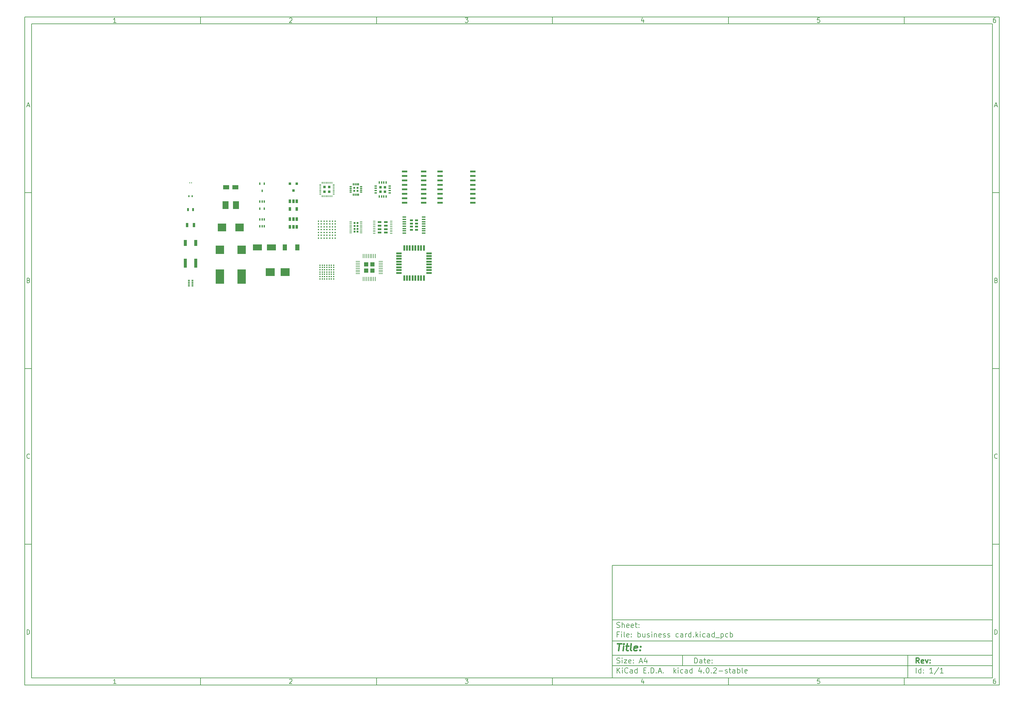
<source format=gbr>
G04 #@! TF.FileFunction,Paste,Bot*
%FSLAX46Y46*%
G04 Gerber Fmt 4.6, Leading zero omitted, Abs format (unit mm)*
G04 Created by KiCad (PCBNEW 4.0.2-stable) date Sunday, October 30, 2016 'PMt' 03:56:09 PM*
%MOMM*%
G01*
G04 APERTURE LIST*
%ADD10C,0.100000*%
%ADD11C,0.150000*%
%ADD12C,0.300000*%
%ADD13C,0.400000*%
%ADD14R,1.200000X0.280000*%
%ADD15R,0.280000X1.200000*%
%ADD16R,1.173000X1.173000*%
%ADD17R,1.500000X0.600000*%
%ADD18R,0.800000X0.350000*%
%ADD19R,0.350000X0.800000*%
%ADD20R,0.750000X0.750000*%
%ADD21O,0.750000X0.300000*%
%ADD22O,0.300000X0.750000*%
%ADD23R,0.540000X0.540000*%
%ADD24R,0.400000X0.600000*%
%ADD25R,0.500000X0.900000*%
%ADD26R,0.280000X0.430000*%
%ADD27R,0.700000X1.300000*%
%ADD28R,0.900000X1.700000*%
%ADD29R,0.900000X2.500000*%
%ADD30R,1.800000X1.230000*%
%ADD31R,1.800000X2.230000*%
%ADD32R,2.370000X2.230000*%
%ADD33R,0.800100X0.800100*%
%ADD34R,0.650000X1.060000*%
%ADD35R,2.370000X2.430000*%
%ADD36R,2.370000X4.130000*%
%ADD37R,0.500000X0.400000*%
%ADD38R,0.500000X0.300000*%
%ADD39R,0.457200X0.711200*%
%ADD40R,0.406400X0.660400*%
%ADD41R,0.398780X0.749300*%
%ADD42R,2.499360X1.800860*%
%ADD43R,2.499360X2.301240*%
%ADD44R,1.600000X0.550000*%
%ADD45R,0.550000X1.600000*%
%ADD46R,1.050000X0.450000*%
%ADD47R,0.882000X0.537000*%
%ADD48R,1.300480X1.699260*%
%ADD49R,0.700000X0.250000*%
%ADD50R,1.038000X0.600000*%
%ADD51R,0.510000X0.495000*%
%ADD52C,0.370000*%
%ADD53R,0.600000X0.200000*%
%ADD54R,0.200000X0.600000*%
%ADD55R,0.795000X0.795000*%
%ADD56C,0.450000*%
G04 APERTURE END LIST*
D10*
D11*
X177002200Y-166007200D02*
X177002200Y-198007200D01*
X285002200Y-198007200D01*
X285002200Y-166007200D01*
X177002200Y-166007200D01*
D10*
D11*
X10000000Y-10000000D02*
X10000000Y-200007200D01*
X287002200Y-200007200D01*
X287002200Y-10000000D01*
X10000000Y-10000000D01*
D10*
D11*
X12000000Y-12000000D02*
X12000000Y-198007200D01*
X285002200Y-198007200D01*
X285002200Y-12000000D01*
X12000000Y-12000000D01*
D10*
D11*
X60000000Y-12000000D02*
X60000000Y-10000000D01*
D10*
D11*
X110000000Y-12000000D02*
X110000000Y-10000000D01*
D10*
D11*
X160000000Y-12000000D02*
X160000000Y-10000000D01*
D10*
D11*
X210000000Y-12000000D02*
X210000000Y-10000000D01*
D10*
D11*
X260000000Y-12000000D02*
X260000000Y-10000000D01*
D10*
D11*
X35990476Y-11588095D02*
X35247619Y-11588095D01*
X35619048Y-11588095D02*
X35619048Y-10288095D01*
X35495238Y-10473810D01*
X35371429Y-10597619D01*
X35247619Y-10659524D01*
D10*
D11*
X85247619Y-10411905D02*
X85309524Y-10350000D01*
X85433333Y-10288095D01*
X85742857Y-10288095D01*
X85866667Y-10350000D01*
X85928571Y-10411905D01*
X85990476Y-10535714D01*
X85990476Y-10659524D01*
X85928571Y-10845238D01*
X85185714Y-11588095D01*
X85990476Y-11588095D01*
D10*
D11*
X135185714Y-10288095D02*
X135990476Y-10288095D01*
X135557143Y-10783333D01*
X135742857Y-10783333D01*
X135866667Y-10845238D01*
X135928571Y-10907143D01*
X135990476Y-11030952D01*
X135990476Y-11340476D01*
X135928571Y-11464286D01*
X135866667Y-11526190D01*
X135742857Y-11588095D01*
X135371429Y-11588095D01*
X135247619Y-11526190D01*
X135185714Y-11464286D01*
D10*
D11*
X185866667Y-10721429D02*
X185866667Y-11588095D01*
X185557143Y-10226190D02*
X185247619Y-11154762D01*
X186052381Y-11154762D01*
D10*
D11*
X235928571Y-10288095D02*
X235309524Y-10288095D01*
X235247619Y-10907143D01*
X235309524Y-10845238D01*
X235433333Y-10783333D01*
X235742857Y-10783333D01*
X235866667Y-10845238D01*
X235928571Y-10907143D01*
X235990476Y-11030952D01*
X235990476Y-11340476D01*
X235928571Y-11464286D01*
X235866667Y-11526190D01*
X235742857Y-11588095D01*
X235433333Y-11588095D01*
X235309524Y-11526190D01*
X235247619Y-11464286D01*
D10*
D11*
X285866667Y-10288095D02*
X285619048Y-10288095D01*
X285495238Y-10350000D01*
X285433333Y-10411905D01*
X285309524Y-10597619D01*
X285247619Y-10845238D01*
X285247619Y-11340476D01*
X285309524Y-11464286D01*
X285371429Y-11526190D01*
X285495238Y-11588095D01*
X285742857Y-11588095D01*
X285866667Y-11526190D01*
X285928571Y-11464286D01*
X285990476Y-11340476D01*
X285990476Y-11030952D01*
X285928571Y-10907143D01*
X285866667Y-10845238D01*
X285742857Y-10783333D01*
X285495238Y-10783333D01*
X285371429Y-10845238D01*
X285309524Y-10907143D01*
X285247619Y-11030952D01*
D10*
D11*
X60000000Y-198007200D02*
X60000000Y-200007200D01*
D10*
D11*
X110000000Y-198007200D02*
X110000000Y-200007200D01*
D10*
D11*
X160000000Y-198007200D02*
X160000000Y-200007200D01*
D10*
D11*
X210000000Y-198007200D02*
X210000000Y-200007200D01*
D10*
D11*
X260000000Y-198007200D02*
X260000000Y-200007200D01*
D10*
D11*
X35990476Y-199595295D02*
X35247619Y-199595295D01*
X35619048Y-199595295D02*
X35619048Y-198295295D01*
X35495238Y-198481010D01*
X35371429Y-198604819D01*
X35247619Y-198666724D01*
D10*
D11*
X85247619Y-198419105D02*
X85309524Y-198357200D01*
X85433333Y-198295295D01*
X85742857Y-198295295D01*
X85866667Y-198357200D01*
X85928571Y-198419105D01*
X85990476Y-198542914D01*
X85990476Y-198666724D01*
X85928571Y-198852438D01*
X85185714Y-199595295D01*
X85990476Y-199595295D01*
D10*
D11*
X135185714Y-198295295D02*
X135990476Y-198295295D01*
X135557143Y-198790533D01*
X135742857Y-198790533D01*
X135866667Y-198852438D01*
X135928571Y-198914343D01*
X135990476Y-199038152D01*
X135990476Y-199347676D01*
X135928571Y-199471486D01*
X135866667Y-199533390D01*
X135742857Y-199595295D01*
X135371429Y-199595295D01*
X135247619Y-199533390D01*
X135185714Y-199471486D01*
D10*
D11*
X185866667Y-198728629D02*
X185866667Y-199595295D01*
X185557143Y-198233390D02*
X185247619Y-199161962D01*
X186052381Y-199161962D01*
D10*
D11*
X235928571Y-198295295D02*
X235309524Y-198295295D01*
X235247619Y-198914343D01*
X235309524Y-198852438D01*
X235433333Y-198790533D01*
X235742857Y-198790533D01*
X235866667Y-198852438D01*
X235928571Y-198914343D01*
X235990476Y-199038152D01*
X235990476Y-199347676D01*
X235928571Y-199471486D01*
X235866667Y-199533390D01*
X235742857Y-199595295D01*
X235433333Y-199595295D01*
X235309524Y-199533390D01*
X235247619Y-199471486D01*
D10*
D11*
X285866667Y-198295295D02*
X285619048Y-198295295D01*
X285495238Y-198357200D01*
X285433333Y-198419105D01*
X285309524Y-198604819D01*
X285247619Y-198852438D01*
X285247619Y-199347676D01*
X285309524Y-199471486D01*
X285371429Y-199533390D01*
X285495238Y-199595295D01*
X285742857Y-199595295D01*
X285866667Y-199533390D01*
X285928571Y-199471486D01*
X285990476Y-199347676D01*
X285990476Y-199038152D01*
X285928571Y-198914343D01*
X285866667Y-198852438D01*
X285742857Y-198790533D01*
X285495238Y-198790533D01*
X285371429Y-198852438D01*
X285309524Y-198914343D01*
X285247619Y-199038152D01*
D10*
D11*
X10000000Y-60000000D02*
X12000000Y-60000000D01*
D10*
D11*
X10000000Y-110000000D02*
X12000000Y-110000000D01*
D10*
D11*
X10000000Y-160000000D02*
X12000000Y-160000000D01*
D10*
D11*
X10690476Y-35216667D02*
X11309524Y-35216667D01*
X10566667Y-35588095D02*
X11000000Y-34288095D01*
X11433333Y-35588095D01*
D10*
D11*
X11092857Y-84907143D02*
X11278571Y-84969048D01*
X11340476Y-85030952D01*
X11402381Y-85154762D01*
X11402381Y-85340476D01*
X11340476Y-85464286D01*
X11278571Y-85526190D01*
X11154762Y-85588095D01*
X10659524Y-85588095D01*
X10659524Y-84288095D01*
X11092857Y-84288095D01*
X11216667Y-84350000D01*
X11278571Y-84411905D01*
X11340476Y-84535714D01*
X11340476Y-84659524D01*
X11278571Y-84783333D01*
X11216667Y-84845238D01*
X11092857Y-84907143D01*
X10659524Y-84907143D01*
D10*
D11*
X11402381Y-135464286D02*
X11340476Y-135526190D01*
X11154762Y-135588095D01*
X11030952Y-135588095D01*
X10845238Y-135526190D01*
X10721429Y-135402381D01*
X10659524Y-135278571D01*
X10597619Y-135030952D01*
X10597619Y-134845238D01*
X10659524Y-134597619D01*
X10721429Y-134473810D01*
X10845238Y-134350000D01*
X11030952Y-134288095D01*
X11154762Y-134288095D01*
X11340476Y-134350000D01*
X11402381Y-134411905D01*
D10*
D11*
X10659524Y-185588095D02*
X10659524Y-184288095D01*
X10969048Y-184288095D01*
X11154762Y-184350000D01*
X11278571Y-184473810D01*
X11340476Y-184597619D01*
X11402381Y-184845238D01*
X11402381Y-185030952D01*
X11340476Y-185278571D01*
X11278571Y-185402381D01*
X11154762Y-185526190D01*
X10969048Y-185588095D01*
X10659524Y-185588095D01*
D10*
D11*
X287002200Y-60000000D02*
X285002200Y-60000000D01*
D10*
D11*
X287002200Y-110000000D02*
X285002200Y-110000000D01*
D10*
D11*
X287002200Y-160000000D02*
X285002200Y-160000000D01*
D10*
D11*
X285692676Y-35216667D02*
X286311724Y-35216667D01*
X285568867Y-35588095D02*
X286002200Y-34288095D01*
X286435533Y-35588095D01*
D10*
D11*
X286095057Y-84907143D02*
X286280771Y-84969048D01*
X286342676Y-85030952D01*
X286404581Y-85154762D01*
X286404581Y-85340476D01*
X286342676Y-85464286D01*
X286280771Y-85526190D01*
X286156962Y-85588095D01*
X285661724Y-85588095D01*
X285661724Y-84288095D01*
X286095057Y-84288095D01*
X286218867Y-84350000D01*
X286280771Y-84411905D01*
X286342676Y-84535714D01*
X286342676Y-84659524D01*
X286280771Y-84783333D01*
X286218867Y-84845238D01*
X286095057Y-84907143D01*
X285661724Y-84907143D01*
D10*
D11*
X286404581Y-135464286D02*
X286342676Y-135526190D01*
X286156962Y-135588095D01*
X286033152Y-135588095D01*
X285847438Y-135526190D01*
X285723629Y-135402381D01*
X285661724Y-135278571D01*
X285599819Y-135030952D01*
X285599819Y-134845238D01*
X285661724Y-134597619D01*
X285723629Y-134473810D01*
X285847438Y-134350000D01*
X286033152Y-134288095D01*
X286156962Y-134288095D01*
X286342676Y-134350000D01*
X286404581Y-134411905D01*
D10*
D11*
X285661724Y-185588095D02*
X285661724Y-184288095D01*
X285971248Y-184288095D01*
X286156962Y-184350000D01*
X286280771Y-184473810D01*
X286342676Y-184597619D01*
X286404581Y-184845238D01*
X286404581Y-185030952D01*
X286342676Y-185278571D01*
X286280771Y-185402381D01*
X286156962Y-185526190D01*
X285971248Y-185588095D01*
X285661724Y-185588095D01*
D10*
D11*
X200359343Y-193785771D02*
X200359343Y-192285771D01*
X200716486Y-192285771D01*
X200930771Y-192357200D01*
X201073629Y-192500057D01*
X201145057Y-192642914D01*
X201216486Y-192928629D01*
X201216486Y-193142914D01*
X201145057Y-193428629D01*
X201073629Y-193571486D01*
X200930771Y-193714343D01*
X200716486Y-193785771D01*
X200359343Y-193785771D01*
X202502200Y-193785771D02*
X202502200Y-193000057D01*
X202430771Y-192857200D01*
X202287914Y-192785771D01*
X202002200Y-192785771D01*
X201859343Y-192857200D01*
X202502200Y-193714343D02*
X202359343Y-193785771D01*
X202002200Y-193785771D01*
X201859343Y-193714343D01*
X201787914Y-193571486D01*
X201787914Y-193428629D01*
X201859343Y-193285771D01*
X202002200Y-193214343D01*
X202359343Y-193214343D01*
X202502200Y-193142914D01*
X203002200Y-192785771D02*
X203573629Y-192785771D01*
X203216486Y-192285771D02*
X203216486Y-193571486D01*
X203287914Y-193714343D01*
X203430772Y-193785771D01*
X203573629Y-193785771D01*
X204645057Y-193714343D02*
X204502200Y-193785771D01*
X204216486Y-193785771D01*
X204073629Y-193714343D01*
X204002200Y-193571486D01*
X204002200Y-193000057D01*
X204073629Y-192857200D01*
X204216486Y-192785771D01*
X204502200Y-192785771D01*
X204645057Y-192857200D01*
X204716486Y-193000057D01*
X204716486Y-193142914D01*
X204002200Y-193285771D01*
X205359343Y-193642914D02*
X205430771Y-193714343D01*
X205359343Y-193785771D01*
X205287914Y-193714343D01*
X205359343Y-193642914D01*
X205359343Y-193785771D01*
X205359343Y-192857200D02*
X205430771Y-192928629D01*
X205359343Y-193000057D01*
X205287914Y-192928629D01*
X205359343Y-192857200D01*
X205359343Y-193000057D01*
D10*
D11*
X177002200Y-194507200D02*
X285002200Y-194507200D01*
D10*
D11*
X178359343Y-196585771D02*
X178359343Y-195085771D01*
X179216486Y-196585771D02*
X178573629Y-195728629D01*
X179216486Y-195085771D02*
X178359343Y-195942914D01*
X179859343Y-196585771D02*
X179859343Y-195585771D01*
X179859343Y-195085771D02*
X179787914Y-195157200D01*
X179859343Y-195228629D01*
X179930771Y-195157200D01*
X179859343Y-195085771D01*
X179859343Y-195228629D01*
X181430772Y-196442914D02*
X181359343Y-196514343D01*
X181145057Y-196585771D01*
X181002200Y-196585771D01*
X180787915Y-196514343D01*
X180645057Y-196371486D01*
X180573629Y-196228629D01*
X180502200Y-195942914D01*
X180502200Y-195728629D01*
X180573629Y-195442914D01*
X180645057Y-195300057D01*
X180787915Y-195157200D01*
X181002200Y-195085771D01*
X181145057Y-195085771D01*
X181359343Y-195157200D01*
X181430772Y-195228629D01*
X182716486Y-196585771D02*
X182716486Y-195800057D01*
X182645057Y-195657200D01*
X182502200Y-195585771D01*
X182216486Y-195585771D01*
X182073629Y-195657200D01*
X182716486Y-196514343D02*
X182573629Y-196585771D01*
X182216486Y-196585771D01*
X182073629Y-196514343D01*
X182002200Y-196371486D01*
X182002200Y-196228629D01*
X182073629Y-196085771D01*
X182216486Y-196014343D01*
X182573629Y-196014343D01*
X182716486Y-195942914D01*
X184073629Y-196585771D02*
X184073629Y-195085771D01*
X184073629Y-196514343D02*
X183930772Y-196585771D01*
X183645058Y-196585771D01*
X183502200Y-196514343D01*
X183430772Y-196442914D01*
X183359343Y-196300057D01*
X183359343Y-195871486D01*
X183430772Y-195728629D01*
X183502200Y-195657200D01*
X183645058Y-195585771D01*
X183930772Y-195585771D01*
X184073629Y-195657200D01*
X185930772Y-195800057D02*
X186430772Y-195800057D01*
X186645058Y-196585771D02*
X185930772Y-196585771D01*
X185930772Y-195085771D01*
X186645058Y-195085771D01*
X187287915Y-196442914D02*
X187359343Y-196514343D01*
X187287915Y-196585771D01*
X187216486Y-196514343D01*
X187287915Y-196442914D01*
X187287915Y-196585771D01*
X188002201Y-196585771D02*
X188002201Y-195085771D01*
X188359344Y-195085771D01*
X188573629Y-195157200D01*
X188716487Y-195300057D01*
X188787915Y-195442914D01*
X188859344Y-195728629D01*
X188859344Y-195942914D01*
X188787915Y-196228629D01*
X188716487Y-196371486D01*
X188573629Y-196514343D01*
X188359344Y-196585771D01*
X188002201Y-196585771D01*
X189502201Y-196442914D02*
X189573629Y-196514343D01*
X189502201Y-196585771D01*
X189430772Y-196514343D01*
X189502201Y-196442914D01*
X189502201Y-196585771D01*
X190145058Y-196157200D02*
X190859344Y-196157200D01*
X190002201Y-196585771D02*
X190502201Y-195085771D01*
X191002201Y-196585771D01*
X191502201Y-196442914D02*
X191573629Y-196514343D01*
X191502201Y-196585771D01*
X191430772Y-196514343D01*
X191502201Y-196442914D01*
X191502201Y-196585771D01*
X194502201Y-196585771D02*
X194502201Y-195085771D01*
X194645058Y-196014343D02*
X195073629Y-196585771D01*
X195073629Y-195585771D02*
X194502201Y-196157200D01*
X195716487Y-196585771D02*
X195716487Y-195585771D01*
X195716487Y-195085771D02*
X195645058Y-195157200D01*
X195716487Y-195228629D01*
X195787915Y-195157200D01*
X195716487Y-195085771D01*
X195716487Y-195228629D01*
X197073630Y-196514343D02*
X196930773Y-196585771D01*
X196645059Y-196585771D01*
X196502201Y-196514343D01*
X196430773Y-196442914D01*
X196359344Y-196300057D01*
X196359344Y-195871486D01*
X196430773Y-195728629D01*
X196502201Y-195657200D01*
X196645059Y-195585771D01*
X196930773Y-195585771D01*
X197073630Y-195657200D01*
X198359344Y-196585771D02*
X198359344Y-195800057D01*
X198287915Y-195657200D01*
X198145058Y-195585771D01*
X197859344Y-195585771D01*
X197716487Y-195657200D01*
X198359344Y-196514343D02*
X198216487Y-196585771D01*
X197859344Y-196585771D01*
X197716487Y-196514343D01*
X197645058Y-196371486D01*
X197645058Y-196228629D01*
X197716487Y-196085771D01*
X197859344Y-196014343D01*
X198216487Y-196014343D01*
X198359344Y-195942914D01*
X199716487Y-196585771D02*
X199716487Y-195085771D01*
X199716487Y-196514343D02*
X199573630Y-196585771D01*
X199287916Y-196585771D01*
X199145058Y-196514343D01*
X199073630Y-196442914D01*
X199002201Y-196300057D01*
X199002201Y-195871486D01*
X199073630Y-195728629D01*
X199145058Y-195657200D01*
X199287916Y-195585771D01*
X199573630Y-195585771D01*
X199716487Y-195657200D01*
X202216487Y-195585771D02*
X202216487Y-196585771D01*
X201859344Y-195014343D02*
X201502201Y-196085771D01*
X202430773Y-196085771D01*
X203002201Y-196442914D02*
X203073629Y-196514343D01*
X203002201Y-196585771D01*
X202930772Y-196514343D01*
X203002201Y-196442914D01*
X203002201Y-196585771D01*
X204002201Y-195085771D02*
X204145058Y-195085771D01*
X204287915Y-195157200D01*
X204359344Y-195228629D01*
X204430773Y-195371486D01*
X204502201Y-195657200D01*
X204502201Y-196014343D01*
X204430773Y-196300057D01*
X204359344Y-196442914D01*
X204287915Y-196514343D01*
X204145058Y-196585771D01*
X204002201Y-196585771D01*
X203859344Y-196514343D01*
X203787915Y-196442914D01*
X203716487Y-196300057D01*
X203645058Y-196014343D01*
X203645058Y-195657200D01*
X203716487Y-195371486D01*
X203787915Y-195228629D01*
X203859344Y-195157200D01*
X204002201Y-195085771D01*
X205145058Y-196442914D02*
X205216486Y-196514343D01*
X205145058Y-196585771D01*
X205073629Y-196514343D01*
X205145058Y-196442914D01*
X205145058Y-196585771D01*
X205787915Y-195228629D02*
X205859344Y-195157200D01*
X206002201Y-195085771D01*
X206359344Y-195085771D01*
X206502201Y-195157200D01*
X206573630Y-195228629D01*
X206645058Y-195371486D01*
X206645058Y-195514343D01*
X206573630Y-195728629D01*
X205716487Y-196585771D01*
X206645058Y-196585771D01*
X207287915Y-196014343D02*
X208430772Y-196014343D01*
X209073629Y-196514343D02*
X209216486Y-196585771D01*
X209502201Y-196585771D01*
X209645058Y-196514343D01*
X209716486Y-196371486D01*
X209716486Y-196300057D01*
X209645058Y-196157200D01*
X209502201Y-196085771D01*
X209287915Y-196085771D01*
X209145058Y-196014343D01*
X209073629Y-195871486D01*
X209073629Y-195800057D01*
X209145058Y-195657200D01*
X209287915Y-195585771D01*
X209502201Y-195585771D01*
X209645058Y-195657200D01*
X210145058Y-195585771D02*
X210716487Y-195585771D01*
X210359344Y-195085771D02*
X210359344Y-196371486D01*
X210430772Y-196514343D01*
X210573630Y-196585771D01*
X210716487Y-196585771D01*
X211859344Y-196585771D02*
X211859344Y-195800057D01*
X211787915Y-195657200D01*
X211645058Y-195585771D01*
X211359344Y-195585771D01*
X211216487Y-195657200D01*
X211859344Y-196514343D02*
X211716487Y-196585771D01*
X211359344Y-196585771D01*
X211216487Y-196514343D01*
X211145058Y-196371486D01*
X211145058Y-196228629D01*
X211216487Y-196085771D01*
X211359344Y-196014343D01*
X211716487Y-196014343D01*
X211859344Y-195942914D01*
X212573630Y-196585771D02*
X212573630Y-195085771D01*
X212573630Y-195657200D02*
X212716487Y-195585771D01*
X213002201Y-195585771D01*
X213145058Y-195657200D01*
X213216487Y-195728629D01*
X213287916Y-195871486D01*
X213287916Y-196300057D01*
X213216487Y-196442914D01*
X213145058Y-196514343D01*
X213002201Y-196585771D01*
X212716487Y-196585771D01*
X212573630Y-196514343D01*
X214145059Y-196585771D02*
X214002201Y-196514343D01*
X213930773Y-196371486D01*
X213930773Y-195085771D01*
X215287915Y-196514343D02*
X215145058Y-196585771D01*
X214859344Y-196585771D01*
X214716487Y-196514343D01*
X214645058Y-196371486D01*
X214645058Y-195800057D01*
X214716487Y-195657200D01*
X214859344Y-195585771D01*
X215145058Y-195585771D01*
X215287915Y-195657200D01*
X215359344Y-195800057D01*
X215359344Y-195942914D01*
X214645058Y-196085771D01*
D10*
D11*
X177002200Y-191507200D02*
X285002200Y-191507200D01*
D10*
D12*
X264216486Y-193785771D02*
X263716486Y-193071486D01*
X263359343Y-193785771D02*
X263359343Y-192285771D01*
X263930771Y-192285771D01*
X264073629Y-192357200D01*
X264145057Y-192428629D01*
X264216486Y-192571486D01*
X264216486Y-192785771D01*
X264145057Y-192928629D01*
X264073629Y-193000057D01*
X263930771Y-193071486D01*
X263359343Y-193071486D01*
X265430771Y-193714343D02*
X265287914Y-193785771D01*
X265002200Y-193785771D01*
X264859343Y-193714343D01*
X264787914Y-193571486D01*
X264787914Y-193000057D01*
X264859343Y-192857200D01*
X265002200Y-192785771D01*
X265287914Y-192785771D01*
X265430771Y-192857200D01*
X265502200Y-193000057D01*
X265502200Y-193142914D01*
X264787914Y-193285771D01*
X266002200Y-192785771D02*
X266359343Y-193785771D01*
X266716485Y-192785771D01*
X267287914Y-193642914D02*
X267359342Y-193714343D01*
X267287914Y-193785771D01*
X267216485Y-193714343D01*
X267287914Y-193642914D01*
X267287914Y-193785771D01*
X267287914Y-192857200D02*
X267359342Y-192928629D01*
X267287914Y-193000057D01*
X267216485Y-192928629D01*
X267287914Y-192857200D01*
X267287914Y-193000057D01*
D10*
D11*
X178287914Y-193714343D02*
X178502200Y-193785771D01*
X178859343Y-193785771D01*
X179002200Y-193714343D01*
X179073629Y-193642914D01*
X179145057Y-193500057D01*
X179145057Y-193357200D01*
X179073629Y-193214343D01*
X179002200Y-193142914D01*
X178859343Y-193071486D01*
X178573629Y-193000057D01*
X178430771Y-192928629D01*
X178359343Y-192857200D01*
X178287914Y-192714343D01*
X178287914Y-192571486D01*
X178359343Y-192428629D01*
X178430771Y-192357200D01*
X178573629Y-192285771D01*
X178930771Y-192285771D01*
X179145057Y-192357200D01*
X179787914Y-193785771D02*
X179787914Y-192785771D01*
X179787914Y-192285771D02*
X179716485Y-192357200D01*
X179787914Y-192428629D01*
X179859342Y-192357200D01*
X179787914Y-192285771D01*
X179787914Y-192428629D01*
X180359343Y-192785771D02*
X181145057Y-192785771D01*
X180359343Y-193785771D01*
X181145057Y-193785771D01*
X182287914Y-193714343D02*
X182145057Y-193785771D01*
X181859343Y-193785771D01*
X181716486Y-193714343D01*
X181645057Y-193571486D01*
X181645057Y-193000057D01*
X181716486Y-192857200D01*
X181859343Y-192785771D01*
X182145057Y-192785771D01*
X182287914Y-192857200D01*
X182359343Y-193000057D01*
X182359343Y-193142914D01*
X181645057Y-193285771D01*
X183002200Y-193642914D02*
X183073628Y-193714343D01*
X183002200Y-193785771D01*
X182930771Y-193714343D01*
X183002200Y-193642914D01*
X183002200Y-193785771D01*
X183002200Y-192857200D02*
X183073628Y-192928629D01*
X183002200Y-193000057D01*
X182930771Y-192928629D01*
X183002200Y-192857200D01*
X183002200Y-193000057D01*
X184787914Y-193357200D02*
X185502200Y-193357200D01*
X184645057Y-193785771D02*
X185145057Y-192285771D01*
X185645057Y-193785771D01*
X186787914Y-192785771D02*
X186787914Y-193785771D01*
X186430771Y-192214343D02*
X186073628Y-193285771D01*
X187002200Y-193285771D01*
D10*
D11*
X263359343Y-196585771D02*
X263359343Y-195085771D01*
X264716486Y-196585771D02*
X264716486Y-195085771D01*
X264716486Y-196514343D02*
X264573629Y-196585771D01*
X264287915Y-196585771D01*
X264145057Y-196514343D01*
X264073629Y-196442914D01*
X264002200Y-196300057D01*
X264002200Y-195871486D01*
X264073629Y-195728629D01*
X264145057Y-195657200D01*
X264287915Y-195585771D01*
X264573629Y-195585771D01*
X264716486Y-195657200D01*
X265430772Y-196442914D02*
X265502200Y-196514343D01*
X265430772Y-196585771D01*
X265359343Y-196514343D01*
X265430772Y-196442914D01*
X265430772Y-196585771D01*
X265430772Y-195657200D02*
X265502200Y-195728629D01*
X265430772Y-195800057D01*
X265359343Y-195728629D01*
X265430772Y-195657200D01*
X265430772Y-195800057D01*
X268073629Y-196585771D02*
X267216486Y-196585771D01*
X267645058Y-196585771D02*
X267645058Y-195085771D01*
X267502201Y-195300057D01*
X267359343Y-195442914D01*
X267216486Y-195514343D01*
X269787914Y-195014343D02*
X268502200Y-196942914D01*
X271073629Y-196585771D02*
X270216486Y-196585771D01*
X270645058Y-196585771D02*
X270645058Y-195085771D01*
X270502201Y-195300057D01*
X270359343Y-195442914D01*
X270216486Y-195514343D01*
D10*
D11*
X177002200Y-187507200D02*
X285002200Y-187507200D01*
D10*
D13*
X178454581Y-188211962D02*
X179597438Y-188211962D01*
X178776010Y-190211962D02*
X179026010Y-188211962D01*
X180014105Y-190211962D02*
X180180771Y-188878629D01*
X180264105Y-188211962D02*
X180156962Y-188307200D01*
X180240295Y-188402438D01*
X180347439Y-188307200D01*
X180264105Y-188211962D01*
X180240295Y-188402438D01*
X180847438Y-188878629D02*
X181609343Y-188878629D01*
X181216486Y-188211962D02*
X181002200Y-189926248D01*
X181073630Y-190116724D01*
X181252201Y-190211962D01*
X181442677Y-190211962D01*
X182395058Y-190211962D02*
X182216487Y-190116724D01*
X182145057Y-189926248D01*
X182359343Y-188211962D01*
X183930772Y-190116724D02*
X183728391Y-190211962D01*
X183347439Y-190211962D01*
X183168867Y-190116724D01*
X183097438Y-189926248D01*
X183192676Y-189164343D01*
X183311724Y-188973867D01*
X183514105Y-188878629D01*
X183895057Y-188878629D01*
X184073629Y-188973867D01*
X184145057Y-189164343D01*
X184121248Y-189354819D01*
X183145057Y-189545295D01*
X184895057Y-190021486D02*
X184978392Y-190116724D01*
X184871248Y-190211962D01*
X184787915Y-190116724D01*
X184895057Y-190021486D01*
X184871248Y-190211962D01*
X185026010Y-188973867D02*
X185109344Y-189069105D01*
X185002200Y-189164343D01*
X184918867Y-189069105D01*
X185026010Y-188973867D01*
X185002200Y-189164343D01*
D10*
D11*
X178859343Y-185600057D02*
X178359343Y-185600057D01*
X178359343Y-186385771D02*
X178359343Y-184885771D01*
X179073629Y-184885771D01*
X179645057Y-186385771D02*
X179645057Y-185385771D01*
X179645057Y-184885771D02*
X179573628Y-184957200D01*
X179645057Y-185028629D01*
X179716485Y-184957200D01*
X179645057Y-184885771D01*
X179645057Y-185028629D01*
X180573629Y-186385771D02*
X180430771Y-186314343D01*
X180359343Y-186171486D01*
X180359343Y-184885771D01*
X181716485Y-186314343D02*
X181573628Y-186385771D01*
X181287914Y-186385771D01*
X181145057Y-186314343D01*
X181073628Y-186171486D01*
X181073628Y-185600057D01*
X181145057Y-185457200D01*
X181287914Y-185385771D01*
X181573628Y-185385771D01*
X181716485Y-185457200D01*
X181787914Y-185600057D01*
X181787914Y-185742914D01*
X181073628Y-185885771D01*
X182430771Y-186242914D02*
X182502199Y-186314343D01*
X182430771Y-186385771D01*
X182359342Y-186314343D01*
X182430771Y-186242914D01*
X182430771Y-186385771D01*
X182430771Y-185457200D02*
X182502199Y-185528629D01*
X182430771Y-185600057D01*
X182359342Y-185528629D01*
X182430771Y-185457200D01*
X182430771Y-185600057D01*
X184287914Y-186385771D02*
X184287914Y-184885771D01*
X184287914Y-185457200D02*
X184430771Y-185385771D01*
X184716485Y-185385771D01*
X184859342Y-185457200D01*
X184930771Y-185528629D01*
X185002200Y-185671486D01*
X185002200Y-186100057D01*
X184930771Y-186242914D01*
X184859342Y-186314343D01*
X184716485Y-186385771D01*
X184430771Y-186385771D01*
X184287914Y-186314343D01*
X186287914Y-185385771D02*
X186287914Y-186385771D01*
X185645057Y-185385771D02*
X185645057Y-186171486D01*
X185716485Y-186314343D01*
X185859343Y-186385771D01*
X186073628Y-186385771D01*
X186216485Y-186314343D01*
X186287914Y-186242914D01*
X186930771Y-186314343D02*
X187073628Y-186385771D01*
X187359343Y-186385771D01*
X187502200Y-186314343D01*
X187573628Y-186171486D01*
X187573628Y-186100057D01*
X187502200Y-185957200D01*
X187359343Y-185885771D01*
X187145057Y-185885771D01*
X187002200Y-185814343D01*
X186930771Y-185671486D01*
X186930771Y-185600057D01*
X187002200Y-185457200D01*
X187145057Y-185385771D01*
X187359343Y-185385771D01*
X187502200Y-185457200D01*
X188216486Y-186385771D02*
X188216486Y-185385771D01*
X188216486Y-184885771D02*
X188145057Y-184957200D01*
X188216486Y-185028629D01*
X188287914Y-184957200D01*
X188216486Y-184885771D01*
X188216486Y-185028629D01*
X188930772Y-185385771D02*
X188930772Y-186385771D01*
X188930772Y-185528629D02*
X189002200Y-185457200D01*
X189145058Y-185385771D01*
X189359343Y-185385771D01*
X189502200Y-185457200D01*
X189573629Y-185600057D01*
X189573629Y-186385771D01*
X190859343Y-186314343D02*
X190716486Y-186385771D01*
X190430772Y-186385771D01*
X190287915Y-186314343D01*
X190216486Y-186171486D01*
X190216486Y-185600057D01*
X190287915Y-185457200D01*
X190430772Y-185385771D01*
X190716486Y-185385771D01*
X190859343Y-185457200D01*
X190930772Y-185600057D01*
X190930772Y-185742914D01*
X190216486Y-185885771D01*
X191502200Y-186314343D02*
X191645057Y-186385771D01*
X191930772Y-186385771D01*
X192073629Y-186314343D01*
X192145057Y-186171486D01*
X192145057Y-186100057D01*
X192073629Y-185957200D01*
X191930772Y-185885771D01*
X191716486Y-185885771D01*
X191573629Y-185814343D01*
X191502200Y-185671486D01*
X191502200Y-185600057D01*
X191573629Y-185457200D01*
X191716486Y-185385771D01*
X191930772Y-185385771D01*
X192073629Y-185457200D01*
X192716486Y-186314343D02*
X192859343Y-186385771D01*
X193145058Y-186385771D01*
X193287915Y-186314343D01*
X193359343Y-186171486D01*
X193359343Y-186100057D01*
X193287915Y-185957200D01*
X193145058Y-185885771D01*
X192930772Y-185885771D01*
X192787915Y-185814343D01*
X192716486Y-185671486D01*
X192716486Y-185600057D01*
X192787915Y-185457200D01*
X192930772Y-185385771D01*
X193145058Y-185385771D01*
X193287915Y-185457200D01*
X195787915Y-186314343D02*
X195645058Y-186385771D01*
X195359344Y-186385771D01*
X195216486Y-186314343D01*
X195145058Y-186242914D01*
X195073629Y-186100057D01*
X195073629Y-185671486D01*
X195145058Y-185528629D01*
X195216486Y-185457200D01*
X195359344Y-185385771D01*
X195645058Y-185385771D01*
X195787915Y-185457200D01*
X197073629Y-186385771D02*
X197073629Y-185600057D01*
X197002200Y-185457200D01*
X196859343Y-185385771D01*
X196573629Y-185385771D01*
X196430772Y-185457200D01*
X197073629Y-186314343D02*
X196930772Y-186385771D01*
X196573629Y-186385771D01*
X196430772Y-186314343D01*
X196359343Y-186171486D01*
X196359343Y-186028629D01*
X196430772Y-185885771D01*
X196573629Y-185814343D01*
X196930772Y-185814343D01*
X197073629Y-185742914D01*
X197787915Y-186385771D02*
X197787915Y-185385771D01*
X197787915Y-185671486D02*
X197859343Y-185528629D01*
X197930772Y-185457200D01*
X198073629Y-185385771D01*
X198216486Y-185385771D01*
X199359343Y-186385771D02*
X199359343Y-184885771D01*
X199359343Y-186314343D02*
X199216486Y-186385771D01*
X198930772Y-186385771D01*
X198787914Y-186314343D01*
X198716486Y-186242914D01*
X198645057Y-186100057D01*
X198645057Y-185671486D01*
X198716486Y-185528629D01*
X198787914Y-185457200D01*
X198930772Y-185385771D01*
X199216486Y-185385771D01*
X199359343Y-185457200D01*
X200073629Y-186242914D02*
X200145057Y-186314343D01*
X200073629Y-186385771D01*
X200002200Y-186314343D01*
X200073629Y-186242914D01*
X200073629Y-186385771D01*
X200787915Y-186385771D02*
X200787915Y-184885771D01*
X200930772Y-185814343D02*
X201359343Y-186385771D01*
X201359343Y-185385771D02*
X200787915Y-185957200D01*
X202002201Y-186385771D02*
X202002201Y-185385771D01*
X202002201Y-184885771D02*
X201930772Y-184957200D01*
X202002201Y-185028629D01*
X202073629Y-184957200D01*
X202002201Y-184885771D01*
X202002201Y-185028629D01*
X203359344Y-186314343D02*
X203216487Y-186385771D01*
X202930773Y-186385771D01*
X202787915Y-186314343D01*
X202716487Y-186242914D01*
X202645058Y-186100057D01*
X202645058Y-185671486D01*
X202716487Y-185528629D01*
X202787915Y-185457200D01*
X202930773Y-185385771D01*
X203216487Y-185385771D01*
X203359344Y-185457200D01*
X204645058Y-186385771D02*
X204645058Y-185600057D01*
X204573629Y-185457200D01*
X204430772Y-185385771D01*
X204145058Y-185385771D01*
X204002201Y-185457200D01*
X204645058Y-186314343D02*
X204502201Y-186385771D01*
X204145058Y-186385771D01*
X204002201Y-186314343D01*
X203930772Y-186171486D01*
X203930772Y-186028629D01*
X204002201Y-185885771D01*
X204145058Y-185814343D01*
X204502201Y-185814343D01*
X204645058Y-185742914D01*
X206002201Y-186385771D02*
X206002201Y-184885771D01*
X206002201Y-186314343D02*
X205859344Y-186385771D01*
X205573630Y-186385771D01*
X205430772Y-186314343D01*
X205359344Y-186242914D01*
X205287915Y-186100057D01*
X205287915Y-185671486D01*
X205359344Y-185528629D01*
X205430772Y-185457200D01*
X205573630Y-185385771D01*
X205859344Y-185385771D01*
X206002201Y-185457200D01*
X206359344Y-186528629D02*
X207502201Y-186528629D01*
X207859344Y-185385771D02*
X207859344Y-186885771D01*
X207859344Y-185457200D02*
X208002201Y-185385771D01*
X208287915Y-185385771D01*
X208430772Y-185457200D01*
X208502201Y-185528629D01*
X208573630Y-185671486D01*
X208573630Y-186100057D01*
X208502201Y-186242914D01*
X208430772Y-186314343D01*
X208287915Y-186385771D01*
X208002201Y-186385771D01*
X207859344Y-186314343D01*
X209859344Y-186314343D02*
X209716487Y-186385771D01*
X209430773Y-186385771D01*
X209287915Y-186314343D01*
X209216487Y-186242914D01*
X209145058Y-186100057D01*
X209145058Y-185671486D01*
X209216487Y-185528629D01*
X209287915Y-185457200D01*
X209430773Y-185385771D01*
X209716487Y-185385771D01*
X209859344Y-185457200D01*
X210502201Y-186385771D02*
X210502201Y-184885771D01*
X210502201Y-185457200D02*
X210645058Y-185385771D01*
X210930772Y-185385771D01*
X211073629Y-185457200D01*
X211145058Y-185528629D01*
X211216487Y-185671486D01*
X211216487Y-186100057D01*
X211145058Y-186242914D01*
X211073629Y-186314343D01*
X210930772Y-186385771D01*
X210645058Y-186385771D01*
X210502201Y-186314343D01*
D10*
D11*
X177002200Y-181507200D02*
X285002200Y-181507200D01*
D10*
D11*
X178287914Y-183614343D02*
X178502200Y-183685771D01*
X178859343Y-183685771D01*
X179002200Y-183614343D01*
X179073629Y-183542914D01*
X179145057Y-183400057D01*
X179145057Y-183257200D01*
X179073629Y-183114343D01*
X179002200Y-183042914D01*
X178859343Y-182971486D01*
X178573629Y-182900057D01*
X178430771Y-182828629D01*
X178359343Y-182757200D01*
X178287914Y-182614343D01*
X178287914Y-182471486D01*
X178359343Y-182328629D01*
X178430771Y-182257200D01*
X178573629Y-182185771D01*
X178930771Y-182185771D01*
X179145057Y-182257200D01*
X179787914Y-183685771D02*
X179787914Y-182185771D01*
X180430771Y-183685771D02*
X180430771Y-182900057D01*
X180359342Y-182757200D01*
X180216485Y-182685771D01*
X180002200Y-182685771D01*
X179859342Y-182757200D01*
X179787914Y-182828629D01*
X181716485Y-183614343D02*
X181573628Y-183685771D01*
X181287914Y-183685771D01*
X181145057Y-183614343D01*
X181073628Y-183471486D01*
X181073628Y-182900057D01*
X181145057Y-182757200D01*
X181287914Y-182685771D01*
X181573628Y-182685771D01*
X181716485Y-182757200D01*
X181787914Y-182900057D01*
X181787914Y-183042914D01*
X181073628Y-183185771D01*
X183002199Y-183614343D02*
X182859342Y-183685771D01*
X182573628Y-183685771D01*
X182430771Y-183614343D01*
X182359342Y-183471486D01*
X182359342Y-182900057D01*
X182430771Y-182757200D01*
X182573628Y-182685771D01*
X182859342Y-182685771D01*
X183002199Y-182757200D01*
X183073628Y-182900057D01*
X183073628Y-183042914D01*
X182359342Y-183185771D01*
X183502199Y-182685771D02*
X184073628Y-182685771D01*
X183716485Y-182185771D02*
X183716485Y-183471486D01*
X183787913Y-183614343D01*
X183930771Y-183685771D01*
X184073628Y-183685771D01*
X184573628Y-183542914D02*
X184645056Y-183614343D01*
X184573628Y-183685771D01*
X184502199Y-183614343D01*
X184573628Y-183542914D01*
X184573628Y-183685771D01*
X184573628Y-182757200D02*
X184645056Y-182828629D01*
X184573628Y-182900057D01*
X184502199Y-182828629D01*
X184573628Y-182757200D01*
X184573628Y-182900057D01*
D10*
D11*
X197002200Y-191507200D02*
X197002200Y-194507200D01*
D10*
D11*
X261002200Y-191507200D02*
X261002200Y-198007200D01*
D14*
X104700000Y-83030000D03*
X104700000Y-82530000D03*
X104700000Y-82030000D03*
X104700000Y-81530000D03*
X104700000Y-81030000D03*
X104700000Y-80530000D03*
X104700000Y-80030000D03*
X104700000Y-79530000D03*
D15*
X106200000Y-78030000D03*
X106700000Y-78030000D03*
X107200000Y-78030000D03*
X107700000Y-78030000D03*
X108200000Y-78030000D03*
X108700000Y-78030000D03*
X109200000Y-78030000D03*
X109700000Y-78030000D03*
D14*
X111200000Y-79530000D03*
X111200000Y-80030000D03*
X111200000Y-80530000D03*
X111200000Y-81030000D03*
X111200000Y-81530000D03*
X111200000Y-82030000D03*
X111200000Y-82530000D03*
X111200000Y-83030000D03*
D15*
X109700000Y-84530000D03*
X109200000Y-84530000D03*
X108700000Y-84530000D03*
X108200000Y-84530000D03*
X107700000Y-84530000D03*
X107200000Y-84530000D03*
X106700000Y-84530000D03*
X106200000Y-84530000D03*
D16*
X107087500Y-82142500D03*
X108812500Y-82142500D03*
X107087500Y-80417500D03*
X108812500Y-80417500D03*
D17*
X128065000Y-62865000D03*
X128065000Y-61595000D03*
X128065000Y-60325000D03*
X128065000Y-59055000D03*
X128065000Y-57785000D03*
X128065000Y-56515000D03*
X128065000Y-55245000D03*
X128065000Y-53975000D03*
X137365000Y-53975000D03*
X137365000Y-55245000D03*
X137365000Y-56515000D03*
X137365000Y-57785000D03*
X137365000Y-59055000D03*
X137365000Y-60325000D03*
X137365000Y-61595000D03*
X137365000Y-62865000D03*
D18*
X109760000Y-60030000D03*
X109760000Y-59380000D03*
X109760000Y-58730000D03*
X109760000Y-58080000D03*
D19*
X110785000Y-57055000D03*
X111435000Y-57055000D03*
X112085000Y-57055000D03*
X112735000Y-57055000D03*
D18*
X113760000Y-58080000D03*
X113760000Y-58730000D03*
X113760000Y-59380000D03*
X113760000Y-60030000D03*
D19*
X112735000Y-61055000D03*
X112085000Y-61055000D03*
X111435000Y-61055000D03*
X110785000Y-61055000D03*
D20*
X112385000Y-58430000D03*
X112385000Y-59680000D03*
X111135000Y-58430000D03*
X111135000Y-59680000D03*
D21*
X102665000Y-59805000D03*
X102665000Y-59305000D03*
X102665000Y-58805000D03*
X102665000Y-58305000D03*
D22*
X103390000Y-57580000D03*
X103890000Y-57580000D03*
X104390000Y-57580000D03*
X104890000Y-57580000D03*
D21*
X105615000Y-58305000D03*
X105615000Y-58805000D03*
X105615000Y-59305000D03*
X105615000Y-59805000D03*
D22*
X104890000Y-60530000D03*
X104390000Y-60530000D03*
X103890000Y-60530000D03*
X103390000Y-60530000D03*
D23*
X104590000Y-58605000D03*
X104590000Y-59505000D03*
X103690000Y-58605000D03*
X103690000Y-59505000D03*
D17*
X117950000Y-62865000D03*
X117950000Y-61595000D03*
X117950000Y-60325000D03*
X117950000Y-59055000D03*
X117950000Y-57785000D03*
X117950000Y-56515000D03*
X117950000Y-55245000D03*
X117950000Y-53975000D03*
X123350000Y-53975000D03*
X123350000Y-55245000D03*
X123350000Y-56515000D03*
X123350000Y-57785000D03*
X123350000Y-59055000D03*
X123350000Y-60325000D03*
X123350000Y-61595000D03*
X123350000Y-62865000D03*
D24*
X56700000Y-60960000D03*
X57600000Y-60960000D03*
D25*
X56400000Y-64770000D03*
X57900000Y-64770000D03*
D26*
X56895000Y-57150000D03*
X57405000Y-57150000D03*
D27*
X56200000Y-69215000D03*
X58100000Y-69215000D03*
D28*
X55700000Y-74295000D03*
X58600000Y-74295000D03*
D29*
X55700000Y-80010000D03*
X58600000Y-80010000D03*
D30*
X69890000Y-58420000D03*
X67270000Y-58420000D03*
D31*
X70040000Y-63500000D03*
X67120000Y-63500000D03*
D32*
X71050000Y-69850000D03*
X66110000Y-69850000D03*
D33*
X85410000Y-57419240D03*
X87310000Y-57419240D03*
X86360000Y-59418220D03*
D34*
X85410000Y-62400000D03*
X86360000Y-62400000D03*
X87310000Y-62400000D03*
X87310000Y-64600000D03*
X85410000Y-64600000D03*
X85410000Y-67480000D03*
X86360000Y-67480000D03*
X87310000Y-67480000D03*
X87310000Y-69680000D03*
X85410000Y-69680000D03*
X86360000Y-69680000D03*
D35*
X71700000Y-76200000D03*
X65460000Y-76200000D03*
D36*
X71700000Y-83820000D03*
X65460000Y-83820000D03*
D37*
X56650000Y-86475000D03*
D38*
X56650000Y-85475000D03*
X56650000Y-85975000D03*
D37*
X56650000Y-84975000D03*
D38*
X57650000Y-85975000D03*
D37*
X57650000Y-86475000D03*
D38*
X57650000Y-85475000D03*
D37*
X57650000Y-84975000D03*
D39*
X76809600Y-57404000D03*
X78130400Y-57404000D03*
X77470000Y-59436000D03*
D40*
X76809600Y-62484000D03*
X78130400Y-62484000D03*
X77470000Y-62484000D03*
X78130400Y-64516000D03*
X76809600Y-64516000D03*
D41*
X76819760Y-67630040D03*
X77470000Y-67630040D03*
X78120240Y-67630040D03*
X78120240Y-69529960D03*
X77470000Y-69529960D03*
X76819760Y-69529960D03*
D42*
X76106020Y-75565000D03*
X80103980Y-75565000D03*
D43*
X79766160Y-82550000D03*
X84063840Y-82550000D03*
D44*
X116400000Y-82810000D03*
X116400000Y-82010000D03*
X116400000Y-81210000D03*
X116400000Y-80410000D03*
X116400000Y-79610000D03*
X116400000Y-78810000D03*
X116400000Y-78010000D03*
X116400000Y-77210000D03*
D45*
X117850000Y-75760000D03*
X118650000Y-75760000D03*
X119450000Y-75760000D03*
X120250000Y-75760000D03*
X121050000Y-75760000D03*
X121850000Y-75760000D03*
X122650000Y-75760000D03*
X123450000Y-75760000D03*
D44*
X124900000Y-77210000D03*
X124900000Y-78010000D03*
X124900000Y-78810000D03*
X124900000Y-79610000D03*
X124900000Y-80410000D03*
X124900000Y-81210000D03*
X124900000Y-82010000D03*
X124900000Y-82810000D03*
D45*
X123450000Y-84260000D03*
X122650000Y-84260000D03*
X121850000Y-84260000D03*
X121050000Y-84260000D03*
X120250000Y-84260000D03*
X119450000Y-84260000D03*
X118650000Y-84260000D03*
X117850000Y-84260000D03*
D46*
X117875000Y-71490000D03*
X117875000Y-70840000D03*
X117875000Y-70190000D03*
X117875000Y-69540000D03*
X117875000Y-68890000D03*
X117875000Y-68240000D03*
X117875000Y-67590000D03*
X117875000Y-66940000D03*
X123425000Y-66940000D03*
X123425000Y-67590000D03*
X123425000Y-68240000D03*
X123425000Y-68890000D03*
X123425000Y-69540000D03*
X123425000Y-70190000D03*
X123425000Y-70840000D03*
X123425000Y-71490000D03*
D47*
X121385000Y-67872500D03*
X121385000Y-68767500D03*
X121385000Y-69662500D03*
X121385000Y-70557500D03*
X119915000Y-67872500D03*
X119915000Y-68767500D03*
X119915000Y-69662500D03*
X119915000Y-70557500D03*
D48*
X83974940Y-75565000D03*
X87475060Y-75565000D03*
D49*
X109360000Y-71600000D03*
X109360000Y-71100000D03*
X109360000Y-70600000D03*
X109360000Y-70100000D03*
X109360000Y-69600000D03*
X109360000Y-69100000D03*
X109360000Y-68600000D03*
X109360000Y-68100000D03*
X114160000Y-68100000D03*
X114160000Y-68600000D03*
X114160000Y-69100000D03*
X114160000Y-69600000D03*
X114160000Y-70100000D03*
X114160000Y-70600000D03*
X114160000Y-71100000D03*
X114160000Y-71600000D03*
D50*
X112625000Y-68350000D03*
X112625000Y-69350000D03*
X112625000Y-70350000D03*
X112625000Y-71350000D03*
X110895000Y-68350000D03*
X110895000Y-69350000D03*
X110895000Y-70350000D03*
X110895000Y-71350000D03*
D49*
X102690000Y-71425000D03*
X102690000Y-70975000D03*
X102690000Y-70525000D03*
X102690000Y-70075000D03*
X102690000Y-69625000D03*
X102690000Y-69175000D03*
X102690000Y-68725000D03*
X102690000Y-68275000D03*
X105590000Y-68275000D03*
X105590000Y-68725000D03*
X105590000Y-69175000D03*
X105590000Y-69625000D03*
X105590000Y-70075000D03*
X105590000Y-70525000D03*
X105590000Y-70975000D03*
X105590000Y-71425000D03*
D51*
X104565000Y-68612500D03*
X104565000Y-69437500D03*
X104565000Y-70262500D03*
X104565000Y-71087500D03*
X103715000Y-68612500D03*
X103715000Y-69437500D03*
X103715000Y-70262500D03*
X103715000Y-71087500D03*
D52*
X93935000Y-84500000D03*
X93935000Y-83850000D03*
X93935000Y-83200000D03*
X93935000Y-82550000D03*
X93935000Y-81900000D03*
X93935000Y-81250000D03*
X93935000Y-80600000D03*
X94585000Y-84500000D03*
X94585000Y-83850000D03*
X94585000Y-83200000D03*
X94585000Y-82550000D03*
X94585000Y-81900000D03*
X94585000Y-81250000D03*
X94585000Y-80600000D03*
X95235000Y-84500000D03*
X95235000Y-83850000D03*
X95235000Y-83200000D03*
X95235000Y-82550000D03*
X95235000Y-81900000D03*
X95235000Y-81250000D03*
X95235000Y-80600000D03*
X95885000Y-84500000D03*
X95885000Y-83850000D03*
X95885000Y-83200000D03*
X95885000Y-82550000D03*
X95885000Y-81900000D03*
X95885000Y-81250000D03*
X95885000Y-80600000D03*
X96535000Y-84500000D03*
X96535000Y-83850000D03*
X96535000Y-83200000D03*
X96535000Y-82550000D03*
X96535000Y-81900000D03*
X96535000Y-81250000D03*
X96535000Y-80600000D03*
X97185000Y-84500000D03*
X97185000Y-83850000D03*
X97185000Y-83200000D03*
X97185000Y-82550000D03*
X97185000Y-81900000D03*
X97185000Y-81250000D03*
X97185000Y-80600000D03*
X97835000Y-84500000D03*
X97835000Y-83850000D03*
X97835000Y-83200000D03*
X97835000Y-82550000D03*
X97835000Y-81900000D03*
X97835000Y-81250000D03*
X97835000Y-80600000D03*
D53*
X93985000Y-60455000D03*
X93985000Y-60055000D03*
X93985000Y-59655000D03*
X93985000Y-59255000D03*
X93985000Y-58855000D03*
X93985000Y-58455000D03*
X93985000Y-58055000D03*
X93985000Y-57655000D03*
D54*
X94485000Y-57155000D03*
X94885000Y-57155000D03*
X95285000Y-57155000D03*
X95685000Y-57155000D03*
X96085000Y-57155000D03*
X96485000Y-57155000D03*
X96885000Y-57155000D03*
X97285000Y-57155000D03*
D53*
X97785000Y-57655000D03*
X97785000Y-58055000D03*
X97785000Y-58455000D03*
X97785000Y-58855000D03*
X97785000Y-59255000D03*
X97785000Y-59655000D03*
X97785000Y-60055000D03*
X97785000Y-60455000D03*
D54*
X97285000Y-60955000D03*
X96885000Y-60955000D03*
X96485000Y-60955000D03*
X96085000Y-60955000D03*
X95685000Y-60955000D03*
X95285000Y-60955000D03*
X94885000Y-60955000D03*
X94485000Y-60955000D03*
D55*
X96547500Y-58392500D03*
X96547500Y-59717500D03*
X95222500Y-58392500D03*
X95222500Y-59717500D03*
D56*
X93485000Y-72885000D03*
X93485000Y-72085000D03*
X93485000Y-71285000D03*
X93485000Y-70485000D03*
X93485000Y-69685000D03*
X93485000Y-68885000D03*
X93485000Y-68085000D03*
X94285000Y-72885000D03*
X94285000Y-72085000D03*
X94285000Y-71285000D03*
X94285000Y-70485000D03*
X94285000Y-69685000D03*
X94285000Y-68885000D03*
X94285000Y-68085000D03*
X95085000Y-72885000D03*
X95085000Y-72085000D03*
X95085000Y-71285000D03*
X95085000Y-70485000D03*
X95085000Y-69685000D03*
X95085000Y-68885000D03*
X95085000Y-68085000D03*
X95885000Y-72885000D03*
X95885000Y-72085000D03*
X95885000Y-71285000D03*
X95885000Y-70485000D03*
X95885000Y-69685000D03*
X95885000Y-68885000D03*
X95885000Y-68085000D03*
X96685000Y-72885000D03*
X96685000Y-72085000D03*
X96685000Y-71285000D03*
X96685000Y-70485000D03*
X96685000Y-69685000D03*
X96685000Y-68885000D03*
X96685000Y-68085000D03*
X97485000Y-72885000D03*
X97485000Y-72085000D03*
X97485000Y-71285000D03*
X97485000Y-70485000D03*
X97485000Y-69685000D03*
X97485000Y-68885000D03*
X97485000Y-68085000D03*
X98285000Y-72885000D03*
X98285000Y-72085000D03*
X98285000Y-71285000D03*
X98285000Y-70485000D03*
X98285000Y-69685000D03*
X98285000Y-68885000D03*
X98285000Y-68085000D03*
M02*

</source>
